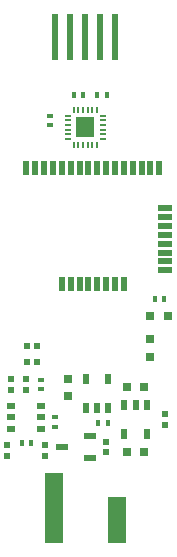
<source format=gtp>
G04*
G04 #@! TF.GenerationSoftware,Altium Limited,Altium Designer,18.1.7 (191)*
G04*
G04 Layer_Color=8421504*
%FSLAX24Y24*%
%MOIN*%
G70*
G01*
G75*
%ADD14R,0.0197X0.0157*%
%ADD15R,0.0315X0.0217*%
%ADD16R,0.0217X0.0217*%
%ADD17R,0.0157X0.0197*%
%ADD18R,0.0217X0.0217*%
%ADD19R,0.0236X0.1575*%
%ADD20R,0.0315X0.0315*%
%ADD21O,0.0236X0.0079*%
%ADD22O,0.0079X0.0236*%
%ADD23R,0.0606X0.0669*%
%ADD24R,0.0197X0.0472*%
%ADD25R,0.0472X0.0197*%
%ADD26R,0.0315X0.0315*%
%ADD27R,0.0394X0.0236*%
%ADD28R,0.0591X0.1575*%
%ADD29R,0.0591X0.2362*%
%ADD30R,0.0217X0.0335*%
D14*
X-1000Y3898D02*
D03*
Y4213D02*
D03*
X-1181Y14272D02*
D03*
Y13957D02*
D03*
X-1467Y5157D02*
D03*
Y5472D02*
D03*
D15*
X-2470Y4587D02*
D03*
Y4213D02*
D03*
Y3839D02*
D03*
X-1467D02*
D03*
Y4213D02*
D03*
Y4587D02*
D03*
D16*
X-2598Y2933D02*
D03*
Y3287D02*
D03*
X-1969Y5138D02*
D03*
Y5492D02*
D03*
X-1339Y3287D02*
D03*
Y2933D02*
D03*
X689Y3406D02*
D03*
Y3051D02*
D03*
X-2470Y5492D02*
D03*
Y5138D02*
D03*
X2657Y4311D02*
D03*
Y3957D02*
D03*
D17*
X-2126Y3346D02*
D03*
X-1811D02*
D03*
X394Y14961D02*
D03*
X709D02*
D03*
X-79D02*
D03*
X-394D02*
D03*
X2618Y8169D02*
D03*
X2303D02*
D03*
X748Y4035D02*
D03*
X433D02*
D03*
D18*
X-1598Y6043D02*
D03*
X-1953D02*
D03*
X-1598Y6594D02*
D03*
X-1953D02*
D03*
D19*
X500Y16890D02*
D03*
X1000D02*
D03*
X-1000D02*
D03*
X-500D02*
D03*
X0D02*
D03*
D20*
X2165Y6831D02*
D03*
Y6240D02*
D03*
X-591Y5502D02*
D03*
Y4911D02*
D03*
D21*
X591Y13484D02*
D03*
Y13642D02*
D03*
Y13799D02*
D03*
Y13957D02*
D03*
Y14114D02*
D03*
Y14272D02*
D03*
X-591D02*
D03*
Y14114D02*
D03*
Y13957D02*
D03*
Y13799D02*
D03*
Y13642D02*
D03*
Y13484D02*
D03*
D22*
X394Y14468D02*
D03*
X236D02*
D03*
X79D02*
D03*
X-79D02*
D03*
X-236D02*
D03*
X-394D02*
D03*
Y13287D02*
D03*
X-236D02*
D03*
X-79D02*
D03*
X79D02*
D03*
X236D02*
D03*
X394D02*
D03*
D23*
X0Y13878D02*
D03*
D24*
X-787Y8661D02*
D03*
X1280D02*
D03*
X689D02*
D03*
X984D02*
D03*
X-492D02*
D03*
X98D02*
D03*
X-197D02*
D03*
X394D02*
D03*
X-1083Y12520D02*
D03*
X-1673D02*
D03*
X-1378D02*
D03*
X-1968D02*
D03*
X394D02*
D03*
X-197D02*
D03*
X98D02*
D03*
X-787D02*
D03*
X-492D02*
D03*
X984D02*
D03*
X689D02*
D03*
X1575D02*
D03*
X1280D02*
D03*
X1870D02*
D03*
X2165D02*
D03*
X2461D02*
D03*
D25*
X2638Y11181D02*
D03*
Y10886D02*
D03*
Y9114D02*
D03*
Y9409D02*
D03*
Y9705D02*
D03*
Y10000D02*
D03*
Y10295D02*
D03*
Y10591D02*
D03*
D26*
X2165Y7579D02*
D03*
X2756D02*
D03*
X1378Y5217D02*
D03*
X1969D02*
D03*
X1378Y3051D02*
D03*
X1969D02*
D03*
D27*
X157Y2854D02*
D03*
Y3602D02*
D03*
X-787Y3228D02*
D03*
D28*
X1043Y787D02*
D03*
D29*
X-1043Y1181D02*
D03*
D30*
X2047Y3652D02*
D03*
X1299D02*
D03*
Y4616D02*
D03*
X1673D02*
D03*
X2047D02*
D03*
X20Y5502D02*
D03*
X768D02*
D03*
Y4537D02*
D03*
X394D02*
D03*
X20D02*
D03*
M02*

</source>
